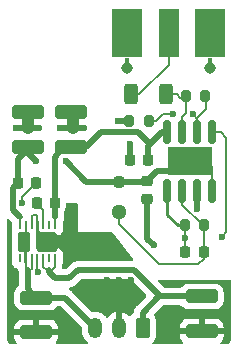
<source format=gbr>
%TF.GenerationSoftware,KiCad,Pcbnew,(6.0.7)*%
%TF.CreationDate,2023-08-04T14:01:42+02:00*%
%TF.ProjectId,SFH203_photodetector,53464832-3033-45f7-9068-6f746f646574,2.2.1*%
%TF.SameCoordinates,Original*%
%TF.FileFunction,Copper,L1,Top*%
%TF.FilePolarity,Positive*%
%FSLAX46Y46*%
G04 Gerber Fmt 4.6, Leading zero omitted, Abs format (unit mm)*
G04 Created by KiCad (PCBNEW (6.0.7)) date 2023-08-04 14:01:42*
%MOMM*%
%LPD*%
G01*
G04 APERTURE LIST*
G04 Aperture macros list*
%AMRoundRect*
0 Rectangle with rounded corners*
0 $1 Rounding radius*
0 $2 $3 $4 $5 $6 $7 $8 $9 X,Y pos of 4 corners*
0 Add a 4 corners polygon primitive as box body*
4,1,4,$2,$3,$4,$5,$6,$7,$8,$9,$2,$3,0*
0 Add four circle primitives for the rounded corners*
1,1,$1+$1,$2,$3*
1,1,$1+$1,$4,$5*
1,1,$1+$1,$6,$7*
1,1,$1+$1,$8,$9*
0 Add four rect primitives between the rounded corners*
20,1,$1+$1,$2,$3,$4,$5,0*
20,1,$1+$1,$4,$5,$6,$7,0*
20,1,$1+$1,$6,$7,$8,$9,0*
20,1,$1+$1,$8,$9,$2,$3,0*%
%AMFreePoly0*
4,1,38,0.670671,0.870970,0.751777,0.816777,0.805970,0.735671,0.825000,0.640000,0.825000,-0.640000,0.805970,-0.735671,0.751777,-0.816777,0.670671,-0.870970,0.575000,-0.890000,-0.780000,-0.890000,-0.880000,-0.915000,-1.750000,-0.915000,-1.750000,-0.665000,-1.075500,-0.665000,-1.075436,-0.664844,-1.075387,-0.664683,-1.075364,-0.664671,-1.075354,-0.664646,-1.075199,-0.664582,-1.075050,-0.664502,
-1.025101,-0.659508,-0.977199,-0.644539,-0.935281,-0.621584,-0.897355,-0.590644,-0.866421,-0.551727,-0.844465,-0.510809,-0.830492,-0.463901,-0.825497,-0.414950,-0.825420,-0.414807,-0.825354,-0.414646,-0.825329,-0.414636,-0.825316,-0.414612,-0.825157,-0.414565,-0.825000,-0.414500,-0.825000,0.640000,-0.575000,0.890000,0.575000,0.890000,0.670671,0.870970,0.670671,0.870970,$1*%
%AMFreePoly1*
4,1,25,0.670671,0.515970,0.751777,0.461777,0.805970,0.380671,0.825000,0.285000,0.825000,0.270000,1.750000,0.270000,1.750000,0.020000,0.825000,0.020000,0.825000,-0.285000,0.805970,-0.380671,0.751777,-0.461777,0.670671,-0.515970,0.575000,-0.535000,-0.575000,-0.535000,-0.670671,-0.515970,-0.751777,-0.461777,-0.805970,-0.380671,-0.825000,-0.285000,-0.825000,0.285000,-0.805970,0.380671,
-0.751777,0.461777,-0.670671,0.515970,-0.575000,0.535000,0.575000,0.535000,0.670671,0.515970,0.670671,0.515970,$1*%
G04 Aperture macros list end*
%TA.AperFunction,SMDPad,CuDef*%
%ADD10RoundRect,0.225000X-0.225000X-0.250000X0.225000X-0.250000X0.225000X0.250000X-0.225000X0.250000X0*%
%TD*%
%TA.AperFunction,ComponentPad*%
%ADD11RoundRect,0.250000X0.350000X0.625000X-0.350000X0.625000X-0.350000X-0.625000X0.350000X-0.625000X0*%
%TD*%
%TA.AperFunction,ComponentPad*%
%ADD12O,1.200000X1.750000*%
%TD*%
%TA.AperFunction,SMDPad,CuDef*%
%ADD13RoundRect,0.250000X1.100000X-0.325000X1.100000X0.325000X-1.100000X0.325000X-1.100000X-0.325000X0*%
%TD*%
%TA.AperFunction,SMDPad,CuDef*%
%ADD14RoundRect,0.225000X0.225000X0.250000X-0.225000X0.250000X-0.225000X-0.250000X0.225000X-0.250000X0*%
%TD*%
%TA.AperFunction,SMDPad,CuDef*%
%ADD15RoundRect,0.200000X0.200000X0.275000X-0.200000X0.275000X-0.200000X-0.275000X0.200000X-0.275000X0*%
%TD*%
%TA.AperFunction,SMDPad,CuDef*%
%ADD16RoundRect,0.250000X-0.312500X-0.625000X0.312500X-0.625000X0.312500X0.625000X-0.312500X0.625000X0*%
%TD*%
%TA.AperFunction,SMDPad,CuDef*%
%ADD17R,0.250000X0.700000*%
%TD*%
%TA.AperFunction,SMDPad,CuDef*%
%ADD18FreePoly0,270.000000*%
%TD*%
%TA.AperFunction,SMDPad,CuDef*%
%ADD19FreePoly1,270.000000*%
%TD*%
%TA.AperFunction,SMDPad,CuDef*%
%ADD20RoundRect,0.225000X0.250000X-0.225000X0.250000X0.225000X-0.250000X0.225000X-0.250000X-0.225000X0*%
%TD*%
%TA.AperFunction,SMDPad,CuDef*%
%ADD21RoundRect,0.250000X-1.100000X0.325000X-1.100000X-0.325000X1.100000X-0.325000X1.100000X0.325000X0*%
%TD*%
%TA.AperFunction,SMDPad,CuDef*%
%ADD22R,1.780000X4.190000*%
%TD*%
%TA.AperFunction,ComponentPad*%
%ADD23C,0.970000*%
%TD*%
%TA.AperFunction,SMDPad,CuDef*%
%ADD24R,0.460000X0.890000*%
%TD*%
%TA.AperFunction,SMDPad,CuDef*%
%ADD25R,2.665000X4.190000*%
%TD*%
%TA.AperFunction,SMDPad,CuDef*%
%ADD26RoundRect,0.150000X0.150000X-0.825000X0.150000X0.825000X-0.150000X0.825000X-0.150000X-0.825000X0*%
%TD*%
%TA.AperFunction,SMDPad,CuDef*%
%ADD27R,3.810000X2.410000*%
%TD*%
%TA.AperFunction,SMDPad,CuDef*%
%ADD28RoundRect,0.200000X-0.200000X-0.275000X0.200000X-0.275000X0.200000X0.275000X-0.200000X0.275000X0*%
%TD*%
%TA.AperFunction,ComponentPad*%
%ADD29C,1.300000*%
%TD*%
%TA.AperFunction,ComponentPad*%
%ADD30C,1.100000*%
%TD*%
%TA.AperFunction,ViaPad*%
%ADD31C,0.600000*%
%TD*%
%TA.AperFunction,Conductor*%
%ADD32C,0.500000*%
%TD*%
%TA.AperFunction,Conductor*%
%ADD33C,0.200000*%
%TD*%
%TA.AperFunction,Conductor*%
%ADD34C,1.000000*%
%TD*%
%TA.AperFunction,Conductor*%
%ADD35C,0.250000*%
%TD*%
G04 APERTURE END LIST*
D10*
%TO.P,C3,1*%
%TO.N,Net-(C3-Pad1)*%
X202625000Y-111700000D03*
%TO.P,C3,2*%
%TO.N,Net-(C3-Pad2)*%
X204175000Y-111700000D03*
%TD*%
D11*
%TO.P,J1,1,Pin_1*%
%TO.N,Net-(C1-Pad1)*%
X199000000Y-118100000D03*
D12*
%TO.P,J1,2,Pin_2*%
%TO.N,GND*%
X197000000Y-118100000D03*
%TO.P,J1,3,Pin_3*%
%TO.N,Net-(C2-Pad2)*%
X195000000Y-118100000D03*
%TD*%
D10*
%TO.P,C4,1*%
%TO.N,GND*%
X197925000Y-103900000D03*
%TO.P,C4,2*%
%TO.N,V+*%
X199475000Y-103900000D03*
%TD*%
D13*
%TO.P,C8,1*%
%TO.N,V+*%
X192900000Y-102800000D03*
%TO.P,C8,2*%
%TO.N,GND*%
X192900000Y-99850000D03*
%TD*%
D14*
%TO.P,C7,1*%
%TO.N,Net-(C7-Pad1)*%
X189975000Y-105800000D03*
%TO.P,C7,2*%
%TO.N,V-*%
X188425000Y-105800000D03*
%TD*%
D15*
%TO.P,R3,1*%
%TO.N,Net-(R2-Pad1)*%
X204325000Y-98500000D03*
%TO.P,R3,2*%
%TO.N,Net-(R3-Pad2)*%
X202675000Y-98500000D03*
%TD*%
D16*
%TO.P,R4,1*%
%TO.N,Net-(J4-Pad1)*%
X198037500Y-98300000D03*
%TO.P,R4,2*%
%TO.N,Net-(R3-Pad2)*%
X200962500Y-98300000D03*
%TD*%
D17*
%TO.P,U2,1,OUTP*%
%TO.N,V+*%
X191600000Y-109400000D03*
%TO.P,U2,2,NC*%
%TO.N,unconnected-(U2-Pad2)*%
X191100000Y-109400000D03*
%TO.P,U2,3,BYPP*%
%TO.N,Net-(C6-Pad2)*%
X190600000Y-109400000D03*
D18*
%TO.P,U2,4,GND*%
%TO.N,GND*%
X190890000Y-110800000D03*
D17*
%TO.P,U2,5,GND*%
X189600000Y-109400000D03*
%TO.P,U2,6,INN*%
%TO.N,Net-(C2-Pad2)*%
X189100000Y-109400000D03*
%TO.P,U2,7,OUTN*%
%TO.N,V-*%
X188600000Y-109400000D03*
%TO.P,U2,8,NC*%
%TO.N,unconnected-(U2-Pad8)*%
X188600000Y-112200000D03*
D19*
%TO.P,U2,9,INN*%
%TO.N,Net-(C2-Pad2)*%
X188955000Y-110800000D03*
D17*
%TO.P,U2,10,~{SHDNN}*%
X189600000Y-112200000D03*
%TO.P,U2,11,BYPN*%
%TO.N,Net-(C7-Pad1)*%
X190100000Y-112200000D03*
%TO.P,U2,12,~{SHDNP}*%
%TO.N,Net-(C1-Pad1)*%
X190600000Y-112200000D03*
%TO.P,U2,13,NC*%
%TO.N,unconnected-(U2-Pad13)*%
X191100000Y-112200000D03*
%TO.P,U2,14,INP*%
%TO.N,Net-(C1-Pad1)*%
X191600000Y-112200000D03*
%TD*%
D20*
%TO.P,C5,1*%
%TO.N,GND*%
X199400000Y-107175000D03*
%TO.P,C5,2*%
%TO.N,V-*%
X199400000Y-105625000D03*
%TD*%
D21*
%TO.P,C1,1*%
%TO.N,Net-(C1-Pad1)*%
X204000000Y-115437500D03*
%TO.P,C1,2*%
%TO.N,GND*%
X204000000Y-118387500D03*
%TD*%
D22*
%TO.P,J4,1,In*%
%TO.N,Net-(J4-Pad1)*%
X201200000Y-93135000D03*
D23*
%TO.P,J4,2,Ext*%
%TO.N,GND*%
X197707500Y-96120000D03*
D24*
X197707500Y-95675000D03*
D25*
X197707500Y-93135000D03*
D23*
X204692500Y-96120000D03*
D25*
X204692500Y-93135000D03*
D24*
X204692500Y-95675000D03*
%TD*%
D26*
%TO.P,U1,1*%
%TO.N,Net-(C3-Pad1)*%
X201095000Y-106475000D03*
%TO.P,U1,2,-*%
%TO.N,Net-(C3-Pad2)*%
X202365000Y-106475000D03*
%TO.P,U1,3,+*%
%TO.N,GND*%
X203635000Y-106475000D03*
%TO.P,U1,4,V-*%
%TO.N,V-*%
X204905000Y-106475000D03*
%TO.P,U1,5,+*%
%TO.N,Net-(C3-Pad1)*%
X204905000Y-101525000D03*
%TO.P,U1,6,-*%
%TO.N,Net-(R2-Pad1)*%
X203635000Y-101525000D03*
%TO.P,U1,7*%
%TO.N,Net-(R3-Pad2)*%
X202365000Y-101525000D03*
%TO.P,U1,8,V+*%
%TO.N,V+*%
X201095000Y-101525000D03*
D27*
%TO.P,U1,9,EP*%
%TO.N,V-*%
X203000000Y-104000000D03*
%TD*%
D15*
%TO.P,R2,1*%
%TO.N,Net-(R2-Pad1)*%
X199525000Y-100600000D03*
%TO.P,R2,2*%
%TO.N,GND*%
X197875000Y-100600000D03*
%TD*%
D14*
%TO.P,C6,1*%
%TO.N,V+*%
X191575000Y-107500000D03*
%TO.P,C6,2*%
%TO.N,Net-(C6-Pad2)*%
X190025000Y-107500000D03*
%TD*%
D28*
%TO.P,R1,1*%
%TO.N,Net-(C3-Pad1)*%
X202575000Y-109400000D03*
%TO.P,R1,2*%
%TO.N,Net-(C3-Pad2)*%
X204225000Y-109400000D03*
%TD*%
D21*
%TO.P,C9,1*%
%TO.N,GND*%
X189300000Y-99850000D03*
%TO.P,C9,2*%
%TO.N,V-*%
X189300000Y-102800000D03*
%TD*%
D13*
%TO.P,C2,1*%
%TO.N,GND*%
X190000000Y-118475000D03*
%TO.P,C2,2*%
%TO.N,Net-(C2-Pad2)*%
X190000000Y-115525000D03*
%TD*%
D29*
%TO.P,D1,1,K*%
%TO.N,Net-(C3-Pad2)*%
X196992500Y-108270000D03*
D30*
%TO.P,D1,2,A*%
%TO.N,V-*%
X196992500Y-105710000D03*
%TD*%
D31*
%TO.N,GND*%
X196000000Y-116000000D03*
X193100000Y-101200000D03*
X198000000Y-114000000D03*
X198000000Y-116000000D03*
X197000000Y-116000000D03*
X197900000Y-102500000D03*
X188300000Y-101200000D03*
X204000000Y-117000000D03*
X190200000Y-101200000D03*
X190900000Y-110800000D03*
X194000000Y-101200000D03*
X189000000Y-117000000D03*
X195500000Y-111000000D03*
X197000000Y-114000000D03*
X196000000Y-115000000D03*
X205000000Y-117000000D03*
X196500000Y-111000000D03*
X194500000Y-112000000D03*
X192000000Y-101200000D03*
X194500000Y-111000000D03*
X203600000Y-108000000D03*
X198000000Y-115000000D03*
X203000000Y-117000000D03*
X196500000Y-112000000D03*
X192500000Y-112000000D03*
X189300000Y-101200000D03*
X195500000Y-112000000D03*
X193500000Y-111000000D03*
X192500000Y-111000000D03*
X199937414Y-111069305D03*
X190000000Y-117000000D03*
X193500000Y-112000000D03*
X197000000Y-115000000D03*
X196000000Y-114000000D03*
X196900000Y-100600000D03*
X191000000Y-117000000D03*
%TO.N,Net-(C3-Pad1)*%
X202625000Y-110475000D03*
X205700000Y-110400000D03*
%TO.N,V-*%
X190000000Y-104000000D03*
X192500000Y-104000000D03*
%TO.N,Net-(C7-Pad1)*%
X188800000Y-107500000D03*
X190156626Y-113322639D03*
%TO.N,Net-(R2-Pad1)*%
X201600000Y-100000000D03*
X203268475Y-100009782D03*
%TD*%
D32*
%TO.N,Net-(C1-Pad1)*%
X200362500Y-115437500D02*
X200362500Y-115301839D01*
X192800000Y-113900000D02*
X191600000Y-113900000D01*
D33*
X191600000Y-112200000D02*
X191600000Y-112900000D01*
D32*
X193500000Y-113200000D02*
X192800000Y-113900000D01*
X200362500Y-115301839D02*
X198260661Y-113200000D01*
X198260661Y-113200000D02*
X193500000Y-113200000D01*
X199000000Y-118100000D02*
X199000000Y-116800000D01*
X199000000Y-116800000D02*
X200362500Y-115437500D01*
D33*
X190600000Y-112900000D02*
X190600000Y-112200000D01*
D32*
X200362500Y-115437500D02*
X204000000Y-115437500D01*
D33*
X190900000Y-113200000D02*
X190600000Y-112900000D01*
X191300000Y-113200000D02*
X191100000Y-113200000D01*
D32*
X191100000Y-113400000D02*
X191100000Y-113200000D01*
D33*
X191100000Y-113200000D02*
X190900000Y-113200000D01*
X191600000Y-112900000D02*
X191300000Y-113200000D01*
D32*
X191600000Y-113900000D02*
X191100000Y-113400000D01*
%TO.N,GND*%
X188300000Y-101200000D02*
X190200000Y-101200000D01*
D33*
X190100000Y-108600000D02*
X190100000Y-110010000D01*
D34*
X189300000Y-101200000D02*
X189300000Y-99850000D01*
D32*
X199400000Y-107175000D02*
X199400000Y-110531891D01*
D34*
X193100000Y-101200000D02*
X193100000Y-100050000D01*
D33*
X190100000Y-110010000D02*
X190890000Y-110800000D01*
D32*
X197875000Y-100600000D02*
X196900000Y-100600000D01*
D33*
X189600000Y-109400000D02*
X189600000Y-108600000D01*
D32*
X199400000Y-110531891D02*
X199937414Y-111069305D01*
X197925000Y-102525000D02*
X197900000Y-102500000D01*
X197925000Y-103900000D02*
X197925000Y-102525000D01*
D33*
X190000000Y-108500000D02*
X190100000Y-108600000D01*
D32*
X203635000Y-106475000D02*
X203635000Y-107965000D01*
X203635000Y-107965000D02*
X203600000Y-108000000D01*
D33*
X189700000Y-108500000D02*
X190000000Y-108500000D01*
D34*
X193100000Y-100050000D02*
X192900000Y-99850000D01*
D33*
X189600000Y-108600000D02*
X189700000Y-108500000D01*
D32*
X192000000Y-101200000D02*
X194000000Y-101200000D01*
D33*
%TO.N,Net-(C2-Pad2)*%
X189100000Y-109400000D02*
X189100000Y-110655000D01*
X189500000Y-113200000D02*
X189600000Y-113100000D01*
X189200000Y-113200000D02*
X189300000Y-113200000D01*
X188955000Y-110800000D02*
X189100000Y-110945000D01*
X189100000Y-110945000D02*
X189100000Y-113100000D01*
X189300000Y-113200000D02*
X189500000Y-113200000D01*
D32*
X189300000Y-114825000D02*
X189300000Y-113200000D01*
D33*
X189100000Y-110655000D02*
X188955000Y-110800000D01*
D32*
X190000000Y-115525000D02*
X189300000Y-114825000D01*
X192425000Y-115525000D02*
X190000000Y-115525000D01*
D33*
X189100000Y-113100000D02*
X189200000Y-113200000D01*
D32*
X195000000Y-118100000D02*
X192425000Y-115525000D01*
D33*
X189600000Y-113100000D02*
X189600000Y-112200000D01*
D35*
%TO.N,Net-(C3-Pad1)*%
X202000000Y-109400000D02*
X202575000Y-109400000D01*
D33*
X206100000Y-110000000D02*
X206100000Y-102000000D01*
D35*
X201095000Y-108495000D02*
X202000000Y-109400000D01*
D33*
X202625000Y-109450000D02*
X202575000Y-109400000D01*
X205625000Y-101525000D02*
X204905000Y-101525000D01*
X205700000Y-110400000D02*
X206100000Y-110000000D01*
X206100000Y-102000000D02*
X205625000Y-101525000D01*
X202625000Y-111200000D02*
X202625000Y-110475000D01*
X202625000Y-110475000D02*
X202625000Y-109450000D01*
D35*
X201095000Y-108495000D02*
X201095000Y-106475000D01*
D33*
%TO.N,Net-(C3-Pad2)*%
X204175000Y-111500000D02*
X204175000Y-109450000D01*
X196992500Y-108270000D02*
X196992500Y-109292500D01*
X204175000Y-109450000D02*
X204225000Y-109400000D01*
X196992500Y-109292500D02*
X200400000Y-112700000D01*
X204100000Y-109400000D02*
X202365000Y-107665000D01*
X204175000Y-112225000D02*
X204175000Y-111500000D01*
X204225000Y-109400000D02*
X204100000Y-109400000D01*
X203700000Y-112700000D02*
X204175000Y-112225000D01*
X200400000Y-112700000D02*
X203700000Y-112700000D01*
X202365000Y-107665000D02*
X202365000Y-106475000D01*
D32*
%TO.N,V+*%
X195500000Y-101500000D02*
X196700000Y-101500000D01*
X191600000Y-107750000D02*
X191600000Y-108050000D01*
X191575000Y-103600000D02*
X192375000Y-102800000D01*
X191575000Y-107500000D02*
X191575000Y-103600000D01*
X192375000Y-102800000D02*
X194200000Y-102800000D01*
X198625000Y-101525000D02*
X199650000Y-102550000D01*
X196725000Y-101525000D02*
X198625000Y-101525000D01*
X200675000Y-101525000D02*
X199650000Y-102550000D01*
X196700000Y-101500000D02*
X196725000Y-101525000D01*
D33*
X191600000Y-109400000D02*
X191600000Y-108700000D01*
D32*
X199475000Y-102725000D02*
X199475000Y-103900000D01*
X199650000Y-102550000D02*
X199475000Y-102725000D01*
X194200000Y-102800000D02*
X195500000Y-101500000D01*
X201095000Y-101525000D02*
X200675000Y-101525000D01*
X191600000Y-108050000D02*
X191600000Y-108700000D01*
%TO.N,V-*%
X194210000Y-105710000D02*
X196992500Y-105710000D01*
X189200000Y-103200000D02*
X190000000Y-104000000D01*
X188000000Y-108100000D02*
X188600000Y-108700000D01*
D33*
X204400000Y-104000000D02*
X203000000Y-104000000D01*
D32*
X188000000Y-106225000D02*
X188000000Y-108100000D01*
X202175000Y-104825000D02*
X203000000Y-104000000D01*
X188425000Y-103775000D02*
X189200000Y-103000000D01*
X188425000Y-105800000D02*
X188425000Y-103775000D01*
D33*
X204905000Y-106475000D02*
X204905000Y-104505000D01*
D32*
X192500000Y-104000000D02*
X194210000Y-105710000D01*
D33*
X204905000Y-104505000D02*
X204400000Y-104000000D01*
D32*
X196992500Y-105710000D02*
X199315000Y-105710000D01*
D33*
X188600000Y-109400000D02*
X188600000Y-108700000D01*
D32*
X200200000Y-104825000D02*
X202175000Y-104825000D01*
X199315000Y-105710000D02*
X200200000Y-104825000D01*
X188425000Y-105800000D02*
X188000000Y-106225000D01*
D33*
%TO.N,Net-(C6-Pad2)*%
X190600000Y-109400000D02*
X190600000Y-108075000D01*
X190600000Y-108075000D02*
X190025000Y-107500000D01*
%TO.N,Net-(C7-Pad1)*%
X189975000Y-105825000D02*
X188800000Y-107000000D01*
X188800000Y-107000000D02*
X188800000Y-107500000D01*
X189975000Y-105800000D02*
X189975000Y-105825000D01*
X190100000Y-113266013D02*
X190100000Y-112200000D01*
%TO.N,Net-(J4-Pad1)*%
X198700000Y-98300000D02*
X201200000Y-95800000D01*
X198237500Y-98300000D02*
X198700000Y-98300000D01*
X201200000Y-95800000D02*
X201200000Y-94807500D01*
%TO.N,Net-(R2-Pad1)*%
X204400000Y-98575000D02*
X204325000Y-98500000D01*
X203635000Y-101525000D02*
X203635000Y-100435000D01*
X203635000Y-100365000D02*
X204400000Y-99600000D01*
X200100000Y-100600000D02*
X200700000Y-100000000D01*
X203635000Y-100376307D02*
X203635000Y-100435000D01*
X199525000Y-100600000D02*
X200100000Y-100600000D01*
X204400000Y-99600000D02*
X204400000Y-98575000D01*
X203635000Y-100435000D02*
X203635000Y-100365000D01*
X200700000Y-100000000D02*
X201600000Y-100000000D01*
X203268475Y-100009782D02*
X203635000Y-100376307D01*
%TO.N,Net-(R3-Pad2)*%
X201900000Y-98300000D02*
X202200000Y-98600000D01*
X202675000Y-99925000D02*
X202675000Y-98500000D01*
X202365000Y-101525000D02*
X202365000Y-100235000D01*
X201162500Y-98300000D02*
X201900000Y-98300000D01*
X202365000Y-100235000D02*
X202675000Y-99925000D01*
X202200000Y-98600000D02*
X202575000Y-98600000D01*
X202575000Y-98600000D02*
X202675000Y-98500000D01*
%TD*%
%TA.AperFunction,Conductor*%
%TO.N,GND*%
G36*
X187717012Y-108890147D02*
G01*
X187723595Y-108896276D01*
X187929595Y-109102276D01*
X187963621Y-109164588D01*
X187966500Y-109191371D01*
X187966500Y-109798134D01*
X187966869Y-109801531D01*
X187973255Y-109860316D01*
X187971283Y-109860530D01*
X187968074Y-109921139D01*
X187940254Y-110000000D01*
X187930647Y-110027231D01*
X187911244Y-110124776D01*
X187903418Y-110179210D01*
X187904734Y-110203767D01*
X187906684Y-110240150D01*
X187905921Y-110249624D01*
X187906271Y-110249624D01*
X187906271Y-111300353D01*
X187904989Y-111318284D01*
X187903418Y-111329211D01*
X187911244Y-111475224D01*
X187930647Y-111572769D01*
X187944247Y-111626054D01*
X187946916Y-111631633D01*
X187946917Y-111631635D01*
X187963124Y-111665509D01*
X187974481Y-111735591D01*
X187974193Y-111737183D01*
X187973255Y-111739684D01*
X187966500Y-111801866D01*
X187966500Y-112598134D01*
X187973255Y-112660316D01*
X188024385Y-112796705D01*
X188111739Y-112913261D01*
X188228295Y-113000615D01*
X188364684Y-113051745D01*
X188372537Y-113052598D01*
X188372541Y-113052599D01*
X188381699Y-113053593D01*
X188383169Y-113053753D01*
X188448732Y-113080993D01*
X188489160Y-113139355D01*
X188494486Y-113162565D01*
X188504609Y-113239457D01*
X188507162Y-113258851D01*
X188531909Y-113318595D01*
X188541500Y-113366813D01*
X188541500Y-114459631D01*
X188521498Y-114527752D01*
X188481807Y-114566772D01*
X188425652Y-114601522D01*
X188300695Y-114726697D01*
X188296855Y-114732927D01*
X188296854Y-114732928D01*
X188262566Y-114788554D01*
X188207885Y-114877262D01*
X188202198Y-114894409D01*
X188157442Y-115029345D01*
X188152203Y-115045139D01*
X188151503Y-115051975D01*
X188151502Y-115051978D01*
X188147091Y-115095031D01*
X188141500Y-115149600D01*
X188141500Y-115900400D01*
X188152474Y-116006166D01*
X188154655Y-116012702D01*
X188154655Y-116012704D01*
X188180933Y-116091468D01*
X188208450Y-116173946D01*
X188301522Y-116324348D01*
X188426697Y-116449305D01*
X188432927Y-116453145D01*
X188432928Y-116453146D01*
X188570090Y-116537694D01*
X188577262Y-116542115D01*
X188628018Y-116558950D01*
X188738611Y-116595632D01*
X188738613Y-116595632D01*
X188745139Y-116597797D01*
X188751975Y-116598497D01*
X188751978Y-116598498D01*
X188795031Y-116602909D01*
X188849600Y-116608500D01*
X191150400Y-116608500D01*
X191153646Y-116608163D01*
X191153650Y-116608163D01*
X191249308Y-116598238D01*
X191249312Y-116598237D01*
X191256166Y-116597526D01*
X191262702Y-116595345D01*
X191262704Y-116595345D01*
X191408932Y-116546559D01*
X191423946Y-116541550D01*
X191574348Y-116448478D01*
X191699305Y-116323303D01*
X191700945Y-116324941D01*
X191749744Y-116290344D01*
X191790706Y-116283500D01*
X192058629Y-116283500D01*
X192126750Y-116303502D01*
X192147724Y-116320405D01*
X193854595Y-118027276D01*
X193888621Y-118089588D01*
X193891500Y-118116371D01*
X193891500Y-118427846D01*
X193906548Y-118585566D01*
X193966092Y-118788534D01*
X193968836Y-118793861D01*
X193968836Y-118793862D01*
X194058319Y-118967603D01*
X194062942Y-118976580D01*
X194193604Y-119142920D01*
X194340439Y-119270337D01*
X194378778Y-119330088D01*
X194378728Y-119401085D01*
X194340302Y-119460783D01*
X194275700Y-119490230D01*
X194257857Y-119491500D01*
X191784598Y-119491500D01*
X191716477Y-119471498D01*
X191669984Y-119417842D01*
X191659880Y-119347568D01*
X191689374Y-119282988D01*
X191693090Y-119278992D01*
X191702751Y-119266760D01*
X191787816Y-119128757D01*
X191793963Y-119115576D01*
X191845138Y-118961290D01*
X191848005Y-118947914D01*
X191857672Y-118853562D01*
X191858000Y-118847146D01*
X191858000Y-118747115D01*
X191853525Y-118731876D01*
X191852135Y-118730671D01*
X191844452Y-118729000D01*
X188160116Y-118729000D01*
X188144877Y-118733475D01*
X188143672Y-118734865D01*
X188142001Y-118742548D01*
X188142001Y-118847095D01*
X188142338Y-118853614D01*
X188152257Y-118949206D01*
X188155149Y-118962600D01*
X188206588Y-119116784D01*
X188212761Y-119129962D01*
X188298063Y-119267807D01*
X188311646Y-119284945D01*
X188309751Y-119286447D01*
X188338292Y-119338609D01*
X188333289Y-119409430D01*
X188290792Y-119466302D01*
X188224293Y-119491171D01*
X188215195Y-119491500D01*
X188051603Y-119491500D01*
X188031343Y-119489860D01*
X188009897Y-119486366D01*
X188000988Y-119487467D01*
X188000986Y-119487467D01*
X188000793Y-119487491D01*
X187970412Y-119487555D01*
X187969675Y-119487467D01*
X187907241Y-119480018D01*
X187879897Y-119473603D01*
X187801806Y-119445791D01*
X187776561Y-119433476D01*
X187706574Y-119389056D01*
X187684686Y-119371456D01*
X187626277Y-119312634D01*
X187608834Y-119290624D01*
X187564907Y-119220324D01*
X187552773Y-119194998D01*
X187525510Y-119116704D01*
X187519289Y-119089319D01*
X187514761Y-119048946D01*
X187512948Y-119032781D01*
X187513291Y-119017031D01*
X187512200Y-119017018D01*
X187512310Y-119008044D01*
X187513691Y-118999173D01*
X187512527Y-118990270D01*
X187512527Y-118990265D01*
X187509564Y-118967603D01*
X187508500Y-118951267D01*
X187508500Y-118202885D01*
X188142000Y-118202885D01*
X188146475Y-118218124D01*
X188147865Y-118219329D01*
X188155548Y-118221000D01*
X189727885Y-118221000D01*
X189743124Y-118216525D01*
X189744329Y-118215135D01*
X189746000Y-118207452D01*
X189746000Y-118202885D01*
X190254000Y-118202885D01*
X190258475Y-118218124D01*
X190259865Y-118219329D01*
X190267548Y-118221000D01*
X191839884Y-118221000D01*
X191855123Y-118216525D01*
X191856328Y-118215135D01*
X191857999Y-118207452D01*
X191857999Y-118102905D01*
X191857662Y-118096386D01*
X191847743Y-118000794D01*
X191844851Y-117987400D01*
X191793412Y-117833216D01*
X191787239Y-117820038D01*
X191701937Y-117682193D01*
X191692901Y-117670792D01*
X191578171Y-117556261D01*
X191566760Y-117547249D01*
X191428757Y-117462184D01*
X191415576Y-117456037D01*
X191261290Y-117404862D01*
X191247914Y-117401995D01*
X191153562Y-117392328D01*
X191147145Y-117392000D01*
X190272115Y-117392000D01*
X190256876Y-117396475D01*
X190255671Y-117397865D01*
X190254000Y-117405548D01*
X190254000Y-118202885D01*
X189746000Y-118202885D01*
X189746000Y-117410116D01*
X189741525Y-117394877D01*
X189740135Y-117393672D01*
X189732452Y-117392001D01*
X188852905Y-117392001D01*
X188846386Y-117392338D01*
X188750794Y-117402257D01*
X188737400Y-117405149D01*
X188583216Y-117456588D01*
X188570038Y-117462761D01*
X188432193Y-117548063D01*
X188420792Y-117557099D01*
X188306261Y-117671829D01*
X188297249Y-117683240D01*
X188212184Y-117821243D01*
X188206037Y-117834424D01*
X188154862Y-117988710D01*
X188151995Y-118002086D01*
X188142328Y-118096438D01*
X188142000Y-118102855D01*
X188142000Y-118202885D01*
X187508500Y-118202885D01*
X187508500Y-108985371D01*
X187528502Y-108917250D01*
X187582158Y-108870757D01*
X187652432Y-108860653D01*
X187717012Y-108890147D01*
G37*
%TD.AperFunction*%
%TA.AperFunction,Conductor*%
G36*
X206433621Y-114020002D02*
G01*
X206480114Y-114073658D01*
X206491500Y-114126000D01*
X206491500Y-118950633D01*
X206490000Y-118970018D01*
X206489809Y-118971249D01*
X206486309Y-118993724D01*
X206487473Y-119002626D01*
X206487489Y-119002750D01*
X206487760Y-119033193D01*
X206480766Y-119095264D01*
X206474487Y-119122771D01*
X206447515Y-119199853D01*
X206435273Y-119225274D01*
X206391822Y-119294426D01*
X206374230Y-119316485D01*
X206316485Y-119374230D01*
X206294426Y-119391822D01*
X206225274Y-119435273D01*
X206199853Y-119447515D01*
X206122772Y-119474487D01*
X206095264Y-119480766D01*
X206039774Y-119487018D01*
X206024132Y-119486923D01*
X206024121Y-119487800D01*
X206015149Y-119487690D01*
X206006276Y-119486309D01*
X205997374Y-119487473D01*
X205997372Y-119487473D01*
X205986385Y-119488910D01*
X205974714Y-119490436D01*
X205958379Y-119491500D01*
X205697250Y-119491500D01*
X205629129Y-119471498D01*
X205582636Y-119417842D01*
X205572532Y-119347568D01*
X205602026Y-119282988D01*
X205608077Y-119276482D01*
X205693739Y-119190671D01*
X205702751Y-119179260D01*
X205787816Y-119041257D01*
X205793963Y-119028076D01*
X205845138Y-118873790D01*
X205848005Y-118860414D01*
X205857672Y-118766062D01*
X205858000Y-118759646D01*
X205858000Y-118659615D01*
X205853525Y-118644376D01*
X205852135Y-118643171D01*
X205844452Y-118641500D01*
X202160116Y-118641500D01*
X202144877Y-118645975D01*
X202143672Y-118647365D01*
X202142001Y-118655048D01*
X202142001Y-118759595D01*
X202142338Y-118766114D01*
X202152257Y-118861706D01*
X202155149Y-118875100D01*
X202206588Y-119029284D01*
X202212761Y-119042462D01*
X202298063Y-119180307D01*
X202307099Y-119191708D01*
X202391865Y-119276327D01*
X202425944Y-119338610D01*
X202420941Y-119409430D01*
X202378444Y-119466303D01*
X202311945Y-119491171D01*
X202302847Y-119491500D01*
X199960435Y-119491500D01*
X199892314Y-119471498D01*
X199845821Y-119417842D01*
X199835717Y-119347568D01*
X199865211Y-119282988D01*
X199871262Y-119276482D01*
X199944134Y-119203483D01*
X199949305Y-119198303D01*
X199953370Y-119191708D01*
X200038275Y-119053968D01*
X200038276Y-119053966D01*
X200042115Y-119047738D01*
X200097797Y-118879861D01*
X200108500Y-118775400D01*
X200108500Y-118115385D01*
X202142000Y-118115385D01*
X202146475Y-118130624D01*
X202147865Y-118131829D01*
X202155548Y-118133500D01*
X203727885Y-118133500D01*
X203743124Y-118129025D01*
X203744329Y-118127635D01*
X203746000Y-118119952D01*
X203746000Y-118115385D01*
X204254000Y-118115385D01*
X204258475Y-118130624D01*
X204259865Y-118131829D01*
X204267548Y-118133500D01*
X205839884Y-118133500D01*
X205855123Y-118129025D01*
X205856328Y-118127635D01*
X205857999Y-118119952D01*
X205857999Y-118015405D01*
X205857662Y-118008886D01*
X205847743Y-117913294D01*
X205844851Y-117899900D01*
X205793412Y-117745716D01*
X205787239Y-117732538D01*
X205701937Y-117594693D01*
X205692901Y-117583292D01*
X205578171Y-117468761D01*
X205566760Y-117459749D01*
X205428757Y-117374684D01*
X205415576Y-117368537D01*
X205261290Y-117317362D01*
X205247914Y-117314495D01*
X205153562Y-117304828D01*
X205147145Y-117304500D01*
X204272115Y-117304500D01*
X204256876Y-117308975D01*
X204255671Y-117310365D01*
X204254000Y-117318048D01*
X204254000Y-118115385D01*
X203746000Y-118115385D01*
X203746000Y-117322616D01*
X203741525Y-117307377D01*
X203740135Y-117306172D01*
X203732452Y-117304501D01*
X202852905Y-117304501D01*
X202846386Y-117304838D01*
X202750794Y-117314757D01*
X202737400Y-117317649D01*
X202583216Y-117369088D01*
X202570038Y-117375261D01*
X202432193Y-117460563D01*
X202420792Y-117469599D01*
X202306261Y-117584329D01*
X202297249Y-117595740D01*
X202212184Y-117733743D01*
X202206037Y-117746924D01*
X202154862Y-117901210D01*
X202151995Y-117914586D01*
X202142328Y-118008938D01*
X202142000Y-118015355D01*
X202142000Y-118115385D01*
X200108500Y-118115385D01*
X200108500Y-117424600D01*
X200103321Y-117374684D01*
X200098238Y-117325692D01*
X200098237Y-117325688D01*
X200097526Y-117318834D01*
X200065857Y-117223909D01*
X200043868Y-117158002D01*
X200041550Y-117151054D01*
X199971758Y-117038272D01*
X199952920Y-116969820D01*
X199974081Y-116902051D01*
X199989807Y-116882874D01*
X200639776Y-116232905D01*
X200702088Y-116198879D01*
X200728871Y-116196000D01*
X202209317Y-116196000D01*
X202277438Y-116216002D01*
X202301016Y-116237355D01*
X202301522Y-116236848D01*
X202426697Y-116361805D01*
X202432927Y-116365645D01*
X202432928Y-116365646D01*
X202570090Y-116450194D01*
X202577262Y-116454615D01*
X202657005Y-116481064D01*
X202738611Y-116508132D01*
X202738613Y-116508132D01*
X202745139Y-116510297D01*
X202751975Y-116510997D01*
X202751978Y-116510998D01*
X202795031Y-116515409D01*
X202849600Y-116521000D01*
X205150400Y-116521000D01*
X205153646Y-116520663D01*
X205153650Y-116520663D01*
X205249308Y-116510738D01*
X205249312Y-116510737D01*
X205256166Y-116510026D01*
X205262702Y-116507845D01*
X205262704Y-116507845D01*
X205394806Y-116463772D01*
X205423946Y-116454050D01*
X205574348Y-116360978D01*
X205699305Y-116235803D01*
X205711511Y-116216002D01*
X205788275Y-116091468D01*
X205788276Y-116091466D01*
X205792115Y-116085238D01*
X205847797Y-115917361D01*
X205849870Y-115897134D01*
X205858172Y-115816098D01*
X205858500Y-115812900D01*
X205858500Y-115062100D01*
X205855801Y-115036089D01*
X205848238Y-114963192D01*
X205848237Y-114963188D01*
X205847526Y-114956334D01*
X205821146Y-114877262D01*
X205793868Y-114795502D01*
X205791550Y-114788554D01*
X205698478Y-114638152D01*
X205573303Y-114513195D01*
X205539845Y-114492571D01*
X205428968Y-114424225D01*
X205428966Y-114424224D01*
X205422738Y-114420385D01*
X205342995Y-114393936D01*
X205261389Y-114366868D01*
X205261387Y-114366868D01*
X205254861Y-114364703D01*
X205248025Y-114364003D01*
X205248022Y-114364002D01*
X205204392Y-114359532D01*
X205150400Y-114354000D01*
X202849600Y-114354000D01*
X202846354Y-114354337D01*
X202846350Y-114354337D01*
X202750692Y-114364262D01*
X202750688Y-114364263D01*
X202743834Y-114364974D01*
X202737298Y-114367155D01*
X202737296Y-114367155D01*
X202651872Y-114395655D01*
X202576054Y-114420950D01*
X202425652Y-114514022D01*
X202300695Y-114639197D01*
X202299055Y-114637559D01*
X202250256Y-114672156D01*
X202209294Y-114679000D01*
X200864532Y-114679000D01*
X200796411Y-114658998D01*
X200775437Y-114642095D01*
X200348437Y-114215095D01*
X200314411Y-114152783D01*
X200319476Y-114081968D01*
X200362023Y-114025132D01*
X200428543Y-114000321D01*
X200437532Y-114000000D01*
X206365500Y-114000000D01*
X206433621Y-114020002D01*
G37*
%TD.AperFunction*%
%TA.AperFunction,Conductor*%
G36*
X197962411Y-113978502D02*
G01*
X197983385Y-113995405D01*
X199268554Y-115280574D01*
X199302580Y-115342886D01*
X199297515Y-115413701D01*
X199268554Y-115458764D01*
X198511085Y-116216233D01*
X198496673Y-116228620D01*
X198479182Y-116241492D01*
X198474443Y-116247070D01*
X198474440Y-116247073D01*
X198444965Y-116281768D01*
X198438035Y-116289284D01*
X198432340Y-116294979D01*
X198430060Y-116297861D01*
X198414719Y-116317251D01*
X198411928Y-116320655D01*
X198369409Y-116370703D01*
X198364667Y-116376285D01*
X198361339Y-116382801D01*
X198357972Y-116387850D01*
X198354805Y-116392979D01*
X198350266Y-116398716D01*
X198319345Y-116464875D01*
X198317442Y-116468769D01*
X198284231Y-116533808D01*
X198282492Y-116540916D01*
X198280393Y-116546559D01*
X198278476Y-116552322D01*
X198275378Y-116558950D01*
X198273888Y-116566112D01*
X198273888Y-116566113D01*
X198260514Y-116630412D01*
X198259544Y-116634696D01*
X198242192Y-116705610D01*
X198241500Y-116716764D01*
X198241464Y-116716762D01*
X198241225Y-116720755D01*
X198240851Y-116724947D01*
X198239360Y-116732115D01*
X198239558Y-116739432D01*
X198240194Y-116762944D01*
X198222041Y-116831580D01*
X198186834Y-116867143D01*
X198187612Y-116868125D01*
X198181880Y-116872668D01*
X198175652Y-116876522D01*
X198050695Y-117001697D01*
X198046853Y-117007929D01*
X198046852Y-117007931D01*
X198018645Y-117053690D01*
X197965873Y-117101183D01*
X197895801Y-117112605D01*
X197830677Y-117084331D01*
X197812298Y-117065403D01*
X197809738Y-117062144D01*
X197801501Y-117053494D01*
X197650877Y-116922788D01*
X197641153Y-116915853D01*
X197468533Y-116815990D01*
X197457669Y-116811016D01*
X197269273Y-116745593D01*
X197268284Y-116745352D01*
X197257992Y-116746820D01*
X197254000Y-116760385D01*
X197254000Y-118228000D01*
X197233998Y-118296121D01*
X197180342Y-118342614D01*
X197128000Y-118354000D01*
X196872000Y-118354000D01*
X196803879Y-118333998D01*
X196757386Y-118280342D01*
X196746000Y-118228000D01*
X196746000Y-116764598D01*
X196742027Y-116751067D01*
X196732601Y-116749712D01*
X196643463Y-116771194D01*
X196632168Y-116775083D01*
X196450618Y-116857629D01*
X196440276Y-116863576D01*
X196277603Y-116978968D01*
X196268575Y-116986761D01*
X196130658Y-117130831D01*
X196123259Y-117140200D01*
X196105582Y-117167577D01*
X196051828Y-117213955D01*
X195981532Y-117223909D01*
X195917015Y-117194278D01*
X195900644Y-117177063D01*
X195864328Y-117130831D01*
X195806396Y-117057080D01*
X195801865Y-117053148D01*
X195801862Y-117053145D01*
X195651167Y-116922379D01*
X195646637Y-116918448D01*
X195641451Y-116915448D01*
X195641447Y-116915445D01*
X195468742Y-116815533D01*
X195463546Y-116812527D01*
X195263729Y-116743139D01*
X195257794Y-116742278D01*
X195257792Y-116742278D01*
X195060336Y-116713648D01*
X195060333Y-116713648D01*
X195054396Y-116712787D01*
X194843101Y-116722567D01*
X194792629Y-116734731D01*
X194721720Y-116731246D01*
X194674014Y-116701333D01*
X193008770Y-115036089D01*
X192996384Y-115021677D01*
X192987851Y-115010082D01*
X192987846Y-115010077D01*
X192983508Y-115004182D01*
X192977930Y-114999443D01*
X192977927Y-114999440D01*
X192943232Y-114969965D01*
X192935716Y-114963035D01*
X192930021Y-114957340D01*
X192920486Y-114949796D01*
X192907749Y-114939719D01*
X192904345Y-114936928D01*
X192854298Y-114894409D01*
X192854292Y-114894405D01*
X192848715Y-114889667D01*
X192842196Y-114886338D01*
X192837942Y-114883501D01*
X192792367Y-114829064D01*
X192783458Y-114758628D01*
X192814043Y-114694558D01*
X192874412Y-114657194D01*
X192897637Y-114653090D01*
X192942339Y-114649454D01*
X192942342Y-114649453D01*
X192949637Y-114648860D01*
X192956601Y-114646604D01*
X192962560Y-114645413D01*
X192968415Y-114644029D01*
X192975681Y-114643182D01*
X193044327Y-114618265D01*
X193048455Y-114616848D01*
X193110936Y-114596607D01*
X193110938Y-114596606D01*
X193117899Y-114594351D01*
X193124154Y-114590555D01*
X193129628Y-114588049D01*
X193135058Y-114585330D01*
X193141937Y-114582833D01*
X193202976Y-114542814D01*
X193206680Y-114540477D01*
X193269107Y-114502595D01*
X193277484Y-114495197D01*
X193277508Y-114495224D01*
X193280500Y-114492571D01*
X193283733Y-114489868D01*
X193289852Y-114485856D01*
X193343128Y-114429617D01*
X193345506Y-114427175D01*
X193777276Y-113995405D01*
X193839588Y-113961379D01*
X193866371Y-113958500D01*
X197894290Y-113958500D01*
X197962411Y-113978502D01*
G37*
%TD.AperFunction*%
%TA.AperFunction,Conductor*%
G36*
X193444852Y-107520184D02*
G01*
X193491522Y-107573686D01*
X193503044Y-107623297D01*
X193536363Y-108972708D01*
X193561728Y-110000000D01*
X196437000Y-110000000D01*
X196505121Y-110020002D01*
X196537800Y-110050400D01*
X198179925Y-112239900D01*
X198204796Y-112306398D01*
X198189767Y-112375786D01*
X198139610Y-112426033D01*
X198079125Y-112441500D01*
X193567063Y-112441500D01*
X193548114Y-112440067D01*
X193543466Y-112439360D01*
X193526651Y-112436802D01*
X193519359Y-112437395D01*
X193519356Y-112437395D01*
X193473991Y-112441085D01*
X193463777Y-112441500D01*
X193455707Y-112441500D01*
X193452087Y-112441922D01*
X193452069Y-112441923D01*
X193427461Y-112444792D01*
X193423100Y-112445224D01*
X193397981Y-112447267D01*
X193357661Y-112450546D01*
X193357658Y-112450547D01*
X193350363Y-112451140D01*
X193343399Y-112453396D01*
X193337440Y-112454587D01*
X193331585Y-112455971D01*
X193324319Y-112456818D01*
X193255673Y-112481735D01*
X193251545Y-112483152D01*
X193189064Y-112503393D01*
X193189062Y-112503394D01*
X193182101Y-112505649D01*
X193175846Y-112509445D01*
X193170372Y-112511951D01*
X193164942Y-112514670D01*
X193158063Y-112517167D01*
X193097016Y-112557191D01*
X193093327Y-112559518D01*
X193084843Y-112564667D01*
X193035693Y-112594491D01*
X193035688Y-112594495D01*
X193030892Y-112597405D01*
X193026685Y-112601121D01*
X193026682Y-112601123D01*
X193022545Y-112604777D01*
X193022516Y-112604803D01*
X193022493Y-112604777D01*
X193019503Y-112607426D01*
X193016264Y-112610134D01*
X193010148Y-112614144D01*
X193005121Y-112619451D01*
X193005117Y-112619454D01*
X192956872Y-112670383D01*
X192954494Y-112672825D01*
X192522724Y-113104595D01*
X192460412Y-113138621D01*
X192433629Y-113141500D01*
X192325632Y-113141500D01*
X192257511Y-113121498D01*
X192211018Y-113067842D01*
X192200710Y-112999053D01*
X192201214Y-112995229D01*
X192208500Y-112939885D01*
X192208500Y-112939880D01*
X192213750Y-112900000D01*
X192209578Y-112868307D01*
X192208500Y-112851864D01*
X192208500Y-112731826D01*
X192216518Y-112687596D01*
X192219672Y-112679182D01*
X192226745Y-112660316D01*
X192233500Y-112598134D01*
X192233500Y-111801866D01*
X192226745Y-111739684D01*
X192175615Y-111603295D01*
X192088261Y-111486739D01*
X191971705Y-111399385D01*
X191835316Y-111348255D01*
X191773134Y-111341500D01*
X191426866Y-111341500D01*
X191364684Y-111348255D01*
X191364420Y-111345826D01*
X191335580Y-111345826D01*
X191335316Y-111348255D01*
X191276531Y-111341869D01*
X191273134Y-111341500D01*
X190926866Y-111341500D01*
X190864684Y-111348255D01*
X190864420Y-111345826D01*
X190835580Y-111345826D01*
X190835316Y-111348255D01*
X190776531Y-111341869D01*
X190773134Y-111341500D01*
X190426866Y-111341500D01*
X190364684Y-111348255D01*
X190364420Y-111345826D01*
X190335580Y-111345826D01*
X190335316Y-111348255D01*
X190276531Y-111341869D01*
X190273134Y-111341500D01*
X190129729Y-111341500D01*
X190061608Y-111321498D01*
X190015115Y-111267842D01*
X190003729Y-111215500D01*
X190003729Y-110299647D01*
X190005011Y-110281716D01*
X190006582Y-110270789D01*
X190008585Y-110271077D01*
X190028583Y-110212717D01*
X190084255Y-110168658D01*
X190154909Y-110161692D01*
X190207009Y-110184662D01*
X190228295Y-110200615D01*
X190364684Y-110251745D01*
X190426866Y-110258500D01*
X190773134Y-110258500D01*
X190835316Y-110251745D01*
X190835580Y-110254174D01*
X190864420Y-110254174D01*
X190864684Y-110251745D01*
X190926866Y-110258500D01*
X191273134Y-110258500D01*
X191335316Y-110251745D01*
X191335580Y-110254174D01*
X191364420Y-110254174D01*
X191364684Y-110251745D01*
X191426866Y-110258500D01*
X191773134Y-110258500D01*
X191835316Y-110251745D01*
X191971705Y-110200615D01*
X192088261Y-110113261D01*
X192175615Y-109996705D01*
X192226745Y-109860316D01*
X192233500Y-109798134D01*
X192233500Y-109157614D01*
X192247283Y-109100313D01*
X192312442Y-108972708D01*
X192312443Y-108972706D01*
X192315769Y-108966192D01*
X192322256Y-108939684D01*
X192355629Y-108803295D01*
X192357808Y-108794390D01*
X192358500Y-108783236D01*
X192358500Y-108276746D01*
X192378448Y-108208808D01*
X192379552Y-108207702D01*
X192397148Y-108179156D01*
X192465462Y-108068331D01*
X192465463Y-108068329D01*
X192469302Y-108062101D01*
X192523149Y-107899757D01*
X192533500Y-107798732D01*
X192533500Y-107628781D01*
X192553502Y-107560660D01*
X192607158Y-107514167D01*
X192659083Y-107502782D01*
X193376665Y-107500408D01*
X193444852Y-107520184D01*
G37*
%TD.AperFunction*%
%TD*%
M02*

</source>
